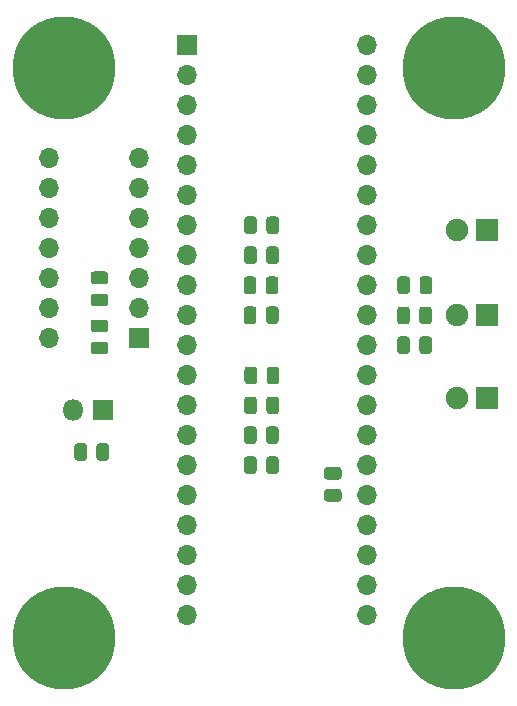
<source format=gbr>
G04 #@! TF.GenerationSoftware,KiCad,Pcbnew,(5.1.6)-1*
G04 #@! TF.CreationDate,2020-06-08T09:52:31+03:00*
G04 #@! TF.ProjectId,Z80,5a38302e-6b69-4636-9164-5f7063625858,rev?*
G04 #@! TF.SameCoordinates,Original*
G04 #@! TF.FileFunction,Soldermask,Bot*
G04 #@! TF.FilePolarity,Negative*
%FSLAX46Y46*%
G04 Gerber Fmt 4.6, Leading zero omitted, Abs format (unit mm)*
G04 Created by KiCad (PCBNEW (5.1.6)-1) date 2020-06-08 09:52:31*
%MOMM*%
%LPD*%
G01*
G04 APERTURE LIST*
%ADD10C,1.900000*%
%ADD11R,1.900000X1.900000*%
%ADD12O,1.700000X1.700000*%
%ADD13R,1.700000X1.700000*%
%ADD14C,1.000000*%
%ADD15C,8.700000*%
%ADD16R,1.800000X1.800000*%
%ADD17O,1.800000X1.800000*%
G04 APERTURE END LIST*
D10*
X77724000Y-56896000D03*
D11*
X80264000Y-56896000D03*
D10*
X77734160Y-64147700D03*
D11*
X80274160Y-64147700D03*
D10*
X77724000Y-71120000D03*
D11*
X80264000Y-71120000D03*
G36*
G01*
X46988810Y-66366340D02*
X47951310Y-66366340D01*
G75*
G02*
X48220060Y-66635090I0J-268750D01*
G01*
X48220060Y-67172590D01*
G75*
G02*
X47951310Y-67441340I-268750J0D01*
G01*
X46988810Y-67441340D01*
G75*
G02*
X46720060Y-67172590I0J268750D01*
G01*
X46720060Y-66635090D01*
G75*
G02*
X46988810Y-66366340I268750J0D01*
G01*
G37*
G36*
G01*
X46988810Y-64491340D02*
X47951310Y-64491340D01*
G75*
G02*
X48220060Y-64760090I0J-268750D01*
G01*
X48220060Y-65297590D01*
G75*
G02*
X47951310Y-65566340I-268750J0D01*
G01*
X46988810Y-65566340D01*
G75*
G02*
X46720060Y-65297590I0J268750D01*
G01*
X46720060Y-64760090D01*
G75*
G02*
X46988810Y-64491340I268750J0D01*
G01*
G37*
D12*
X70104000Y-41275000D03*
X54864000Y-89535000D03*
X70104000Y-43815000D03*
X54864000Y-86995000D03*
X70104000Y-46355000D03*
X54864000Y-84455000D03*
X70104000Y-48895000D03*
X54864000Y-81915000D03*
X70104000Y-51435000D03*
X54864000Y-79375000D03*
X70104000Y-53975000D03*
X54864000Y-76835000D03*
X70104000Y-56515000D03*
X54864000Y-74295000D03*
X70104000Y-59055000D03*
X54864000Y-71755000D03*
X70104000Y-61595000D03*
X54864000Y-69215000D03*
X70104000Y-64135000D03*
X54864000Y-66675000D03*
X70104000Y-66675000D03*
X54864000Y-64135000D03*
X70104000Y-69215000D03*
X54864000Y-61595000D03*
X70104000Y-71755000D03*
X54864000Y-59055000D03*
X70104000Y-74295000D03*
X54864000Y-56515000D03*
X70104000Y-76835000D03*
X54864000Y-53975000D03*
X70104000Y-79375000D03*
X54864000Y-51435000D03*
X70104000Y-81915000D03*
X54864000Y-48895000D03*
X70104000Y-84455000D03*
X54864000Y-46355000D03*
X70104000Y-86995000D03*
X54864000Y-43815000D03*
X70104000Y-89535000D03*
D13*
X54864000Y-41275000D03*
D12*
X43180000Y-66040000D03*
X50800000Y-50800000D03*
X43180000Y-63500000D03*
X50800000Y-53340000D03*
X43180000Y-60960000D03*
X50800000Y-55880000D03*
X43180000Y-58420000D03*
X50800000Y-58420000D03*
X43180000Y-55880000D03*
X50800000Y-60960000D03*
X43180000Y-53340000D03*
X50800000Y-63500000D03*
X43180000Y-50800000D03*
D13*
X50800000Y-66040000D03*
D14*
X79750419Y-89159581D03*
X77470000Y-88215000D03*
X75189581Y-89159581D03*
X74245000Y-91440000D03*
X75189581Y-93720419D03*
X77470000Y-94665000D03*
X79750419Y-93720419D03*
X80695000Y-91440000D03*
D15*
X77470000Y-91440000D03*
D14*
X79750419Y-40899581D03*
X77470000Y-39955000D03*
X75189581Y-40899581D03*
X74245000Y-43180000D03*
X75189581Y-45460419D03*
X77470000Y-46405000D03*
X79750419Y-45460419D03*
X80695000Y-43180000D03*
D15*
X77470000Y-43180000D03*
D14*
X46730419Y-89159581D03*
X44450000Y-88215000D03*
X42169581Y-89159581D03*
X41225000Y-91440000D03*
X42169581Y-93720419D03*
X44450000Y-94665000D03*
X46730419Y-93720419D03*
X47675000Y-91440000D03*
D15*
X44450000Y-91440000D03*
D14*
X46730419Y-40899581D03*
X44450000Y-39955000D03*
X42169581Y-40899581D03*
X41225000Y-43180000D03*
X42169581Y-45460419D03*
X44450000Y-46405000D03*
X46730419Y-45460419D03*
X47675000Y-43180000D03*
D15*
X44450000Y-43180000D03*
G36*
G01*
X45349900Y-76185950D02*
X45349900Y-75223450D01*
G75*
G02*
X45618650Y-74954700I268750J0D01*
G01*
X46156150Y-74954700D01*
G75*
G02*
X46424900Y-75223450I0J-268750D01*
G01*
X46424900Y-76185950D01*
G75*
G02*
X46156150Y-76454700I-268750J0D01*
G01*
X45618650Y-76454700D01*
G75*
G02*
X45349900Y-76185950I0J268750D01*
G01*
G37*
G36*
G01*
X47224900Y-76185950D02*
X47224900Y-75223450D01*
G75*
G02*
X47493650Y-74954700I268750J0D01*
G01*
X48031150Y-74954700D01*
G75*
G02*
X48299900Y-75223450I0J-268750D01*
G01*
X48299900Y-76185950D01*
G75*
G02*
X48031150Y-76454700I-268750J0D01*
G01*
X47493650Y-76454700D01*
G75*
G02*
X47224900Y-76185950I0J268750D01*
G01*
G37*
D16*
X47752000Y-72136000D03*
D17*
X45212000Y-72136000D03*
G36*
G01*
X46993890Y-60422260D02*
X47956390Y-60422260D01*
G75*
G02*
X48225140Y-60691010I0J-268750D01*
G01*
X48225140Y-61228510D01*
G75*
G02*
X47956390Y-61497260I-268750J0D01*
G01*
X46993890Y-61497260D01*
G75*
G02*
X46725140Y-61228510I0J268750D01*
G01*
X46725140Y-60691010D01*
G75*
G02*
X46993890Y-60422260I268750J0D01*
G01*
G37*
G36*
G01*
X46993890Y-62297260D02*
X47956390Y-62297260D01*
G75*
G02*
X48225140Y-62566010I0J-268750D01*
G01*
X48225140Y-63103510D01*
G75*
G02*
X47956390Y-63372260I-268750J0D01*
G01*
X46993890Y-63372260D01*
G75*
G02*
X46725140Y-63103510I0J268750D01*
G01*
X46725140Y-62566010D01*
G75*
G02*
X46993890Y-62297260I268750J0D01*
G01*
G37*
G36*
G01*
X67722670Y-79922900D02*
X66760170Y-79922900D01*
G75*
G02*
X66491420Y-79654150I0J268750D01*
G01*
X66491420Y-79116650D01*
G75*
G02*
X66760170Y-78847900I268750J0D01*
G01*
X67722670Y-78847900D01*
G75*
G02*
X67991420Y-79116650I0J-268750D01*
G01*
X67991420Y-79654150D01*
G75*
G02*
X67722670Y-79922900I-268750J0D01*
G01*
G37*
G36*
G01*
X67722670Y-78047900D02*
X66760170Y-78047900D01*
G75*
G02*
X66491420Y-77779150I0J268750D01*
G01*
X66491420Y-77241650D01*
G75*
G02*
X66760170Y-76972900I268750J0D01*
G01*
X67722670Y-76972900D01*
G75*
G02*
X67991420Y-77241650I0J-268750D01*
G01*
X67991420Y-77779150D01*
G75*
G02*
X67722670Y-78047900I-268750J0D01*
G01*
G37*
G36*
G01*
X74560380Y-67156250D02*
X74560380Y-66193750D01*
G75*
G02*
X74829130Y-65925000I268750J0D01*
G01*
X75366630Y-65925000D01*
G75*
G02*
X75635380Y-66193750I0J-268750D01*
G01*
X75635380Y-67156250D01*
G75*
G02*
X75366630Y-67425000I-268750J0D01*
G01*
X74829130Y-67425000D01*
G75*
G02*
X74560380Y-67156250I0J268750D01*
G01*
G37*
G36*
G01*
X72685380Y-67156250D02*
X72685380Y-66193750D01*
G75*
G02*
X72954130Y-65925000I268750J0D01*
G01*
X73491630Y-65925000D01*
G75*
G02*
X73760380Y-66193750I0J-268750D01*
G01*
X73760380Y-67156250D01*
G75*
G02*
X73491630Y-67425000I-268750J0D01*
G01*
X72954130Y-67425000D01*
G75*
G02*
X72685380Y-67156250I0J268750D01*
G01*
G37*
G36*
G01*
X72682840Y-64628950D02*
X72682840Y-63666450D01*
G75*
G02*
X72951590Y-63397700I268750J0D01*
G01*
X73489090Y-63397700D01*
G75*
G02*
X73757840Y-63666450I0J-268750D01*
G01*
X73757840Y-64628950D01*
G75*
G02*
X73489090Y-64897700I-268750J0D01*
G01*
X72951590Y-64897700D01*
G75*
G02*
X72682840Y-64628950I0J268750D01*
G01*
G37*
G36*
G01*
X74557840Y-64628950D02*
X74557840Y-63666450D01*
G75*
G02*
X74826590Y-63397700I268750J0D01*
G01*
X75364090Y-63397700D01*
G75*
G02*
X75632840Y-63666450I0J-268750D01*
G01*
X75632840Y-64628950D01*
G75*
G02*
X75364090Y-64897700I-268750J0D01*
G01*
X74826590Y-64897700D01*
G75*
G02*
X74557840Y-64628950I0J268750D01*
G01*
G37*
G36*
G01*
X74575620Y-62073710D02*
X74575620Y-61111210D01*
G75*
G02*
X74844370Y-60842460I268750J0D01*
G01*
X75381870Y-60842460D01*
G75*
G02*
X75650620Y-61111210I0J-268750D01*
G01*
X75650620Y-62073710D01*
G75*
G02*
X75381870Y-62342460I-268750J0D01*
G01*
X74844370Y-62342460D01*
G75*
G02*
X74575620Y-62073710I0J268750D01*
G01*
G37*
G36*
G01*
X72700620Y-62073710D02*
X72700620Y-61111210D01*
G75*
G02*
X72969370Y-60842460I268750J0D01*
G01*
X73506870Y-60842460D01*
G75*
G02*
X73775620Y-61111210I0J-268750D01*
G01*
X73775620Y-62073710D01*
G75*
G02*
X73506870Y-62342460I-268750J0D01*
G01*
X72969370Y-62342460D01*
G75*
G02*
X72700620Y-62073710I0J268750D01*
G01*
G37*
G36*
G01*
X61580980Y-74771170D02*
X61580980Y-73808670D01*
G75*
G02*
X61849730Y-73539920I268750J0D01*
G01*
X62387230Y-73539920D01*
G75*
G02*
X62655980Y-73808670I0J-268750D01*
G01*
X62655980Y-74771170D01*
G75*
G02*
X62387230Y-75039920I-268750J0D01*
G01*
X61849730Y-75039920D01*
G75*
G02*
X61580980Y-74771170I0J268750D01*
G01*
G37*
G36*
G01*
X59705980Y-74771170D02*
X59705980Y-73808670D01*
G75*
G02*
X59974730Y-73539920I268750J0D01*
G01*
X60512230Y-73539920D01*
G75*
G02*
X60780980Y-73808670I0J-268750D01*
G01*
X60780980Y-74771170D01*
G75*
G02*
X60512230Y-75039920I-268750J0D01*
G01*
X59974730Y-75039920D01*
G75*
G02*
X59705980Y-74771170I0J268750D01*
G01*
G37*
G36*
G01*
X59716140Y-77301010D02*
X59716140Y-76338510D01*
G75*
G02*
X59984890Y-76069760I268750J0D01*
G01*
X60522390Y-76069760D01*
G75*
G02*
X60791140Y-76338510I0J-268750D01*
G01*
X60791140Y-77301010D01*
G75*
G02*
X60522390Y-77569760I-268750J0D01*
G01*
X59984890Y-77569760D01*
G75*
G02*
X59716140Y-77301010I0J268750D01*
G01*
G37*
G36*
G01*
X61591140Y-77301010D02*
X61591140Y-76338510D01*
G75*
G02*
X61859890Y-76069760I268750J0D01*
G01*
X62397390Y-76069760D01*
G75*
G02*
X62666140Y-76338510I0J-268750D01*
G01*
X62666140Y-77301010D01*
G75*
G02*
X62397390Y-77569760I-268750J0D01*
G01*
X61859890Y-77569760D01*
G75*
G02*
X61591140Y-77301010I0J268750D01*
G01*
G37*
G36*
G01*
X61629240Y-69706410D02*
X61629240Y-68743910D01*
G75*
G02*
X61897990Y-68475160I268750J0D01*
G01*
X62435490Y-68475160D01*
G75*
G02*
X62704240Y-68743910I0J-268750D01*
G01*
X62704240Y-69706410D01*
G75*
G02*
X62435490Y-69975160I-268750J0D01*
G01*
X61897990Y-69975160D01*
G75*
G02*
X61629240Y-69706410I0J268750D01*
G01*
G37*
G36*
G01*
X59754240Y-69706410D02*
X59754240Y-68743910D01*
G75*
G02*
X60022990Y-68475160I268750J0D01*
G01*
X60560490Y-68475160D01*
G75*
G02*
X60829240Y-68743910I0J-268750D01*
G01*
X60829240Y-69706410D01*
G75*
G02*
X60560490Y-69975160I-268750J0D01*
G01*
X60022990Y-69975160D01*
G75*
G02*
X59754240Y-69706410I0J268750D01*
G01*
G37*
G36*
G01*
X59723760Y-59533710D02*
X59723760Y-58571210D01*
G75*
G02*
X59992510Y-58302460I268750J0D01*
G01*
X60530010Y-58302460D01*
G75*
G02*
X60798760Y-58571210I0J-268750D01*
G01*
X60798760Y-59533710D01*
G75*
G02*
X60530010Y-59802460I-268750J0D01*
G01*
X59992510Y-59802460D01*
G75*
G02*
X59723760Y-59533710I0J268750D01*
G01*
G37*
G36*
G01*
X61598760Y-59533710D02*
X61598760Y-58571210D01*
G75*
G02*
X61867510Y-58302460I268750J0D01*
G01*
X62405010Y-58302460D01*
G75*
G02*
X62673760Y-58571210I0J-268750D01*
G01*
X62673760Y-59533710D01*
G75*
G02*
X62405010Y-59802460I-268750J0D01*
G01*
X61867510Y-59802460D01*
G75*
G02*
X61598760Y-59533710I0J268750D01*
G01*
G37*
G36*
G01*
X59736460Y-56998790D02*
X59736460Y-56036290D01*
G75*
G02*
X60005210Y-55767540I268750J0D01*
G01*
X60542710Y-55767540D01*
G75*
G02*
X60811460Y-56036290I0J-268750D01*
G01*
X60811460Y-56998790D01*
G75*
G02*
X60542710Y-57267540I-268750J0D01*
G01*
X60005210Y-57267540D01*
G75*
G02*
X59736460Y-56998790I0J268750D01*
G01*
G37*
G36*
G01*
X61611460Y-56998790D02*
X61611460Y-56036290D01*
G75*
G02*
X61880210Y-55767540I268750J0D01*
G01*
X62417710Y-55767540D01*
G75*
G02*
X62686460Y-56036290I0J-268750D01*
G01*
X62686460Y-56998790D01*
G75*
G02*
X62417710Y-57267540I-268750J0D01*
G01*
X61880210Y-57267540D01*
G75*
G02*
X61611460Y-56998790I0J268750D01*
G01*
G37*
G36*
G01*
X61558120Y-62078790D02*
X61558120Y-61116290D01*
G75*
G02*
X61826870Y-60847540I268750J0D01*
G01*
X62364370Y-60847540D01*
G75*
G02*
X62633120Y-61116290I0J-268750D01*
G01*
X62633120Y-62078790D01*
G75*
G02*
X62364370Y-62347540I-268750J0D01*
G01*
X61826870Y-62347540D01*
G75*
G02*
X61558120Y-62078790I0J268750D01*
G01*
G37*
G36*
G01*
X59683120Y-62078790D02*
X59683120Y-61116290D01*
G75*
G02*
X59951870Y-60847540I268750J0D01*
G01*
X60489370Y-60847540D01*
G75*
G02*
X60758120Y-61116290I0J-268750D01*
G01*
X60758120Y-62078790D01*
G75*
G02*
X60489370Y-62347540I-268750J0D01*
G01*
X59951870Y-62347540D01*
G75*
G02*
X59683120Y-62078790I0J268750D01*
G01*
G37*
G36*
G01*
X59695820Y-64616250D02*
X59695820Y-63653750D01*
G75*
G02*
X59964570Y-63385000I268750J0D01*
G01*
X60502070Y-63385000D01*
G75*
G02*
X60770820Y-63653750I0J-268750D01*
G01*
X60770820Y-64616250D01*
G75*
G02*
X60502070Y-64885000I-268750J0D01*
G01*
X59964570Y-64885000D01*
G75*
G02*
X59695820Y-64616250I0J268750D01*
G01*
G37*
G36*
G01*
X61570820Y-64616250D02*
X61570820Y-63653750D01*
G75*
G02*
X61839570Y-63385000I268750J0D01*
G01*
X62377070Y-63385000D01*
G75*
G02*
X62645820Y-63653750I0J-268750D01*
G01*
X62645820Y-64616250D01*
G75*
G02*
X62377070Y-64885000I-268750J0D01*
G01*
X61839570Y-64885000D01*
G75*
G02*
X61570820Y-64616250I0J268750D01*
G01*
G37*
G36*
G01*
X61611460Y-72243870D02*
X61611460Y-71281370D01*
G75*
G02*
X61880210Y-71012620I268750J0D01*
G01*
X62417710Y-71012620D01*
G75*
G02*
X62686460Y-71281370I0J-268750D01*
G01*
X62686460Y-72243870D01*
G75*
G02*
X62417710Y-72512620I-268750J0D01*
G01*
X61880210Y-72512620D01*
G75*
G02*
X61611460Y-72243870I0J268750D01*
G01*
G37*
G36*
G01*
X59736460Y-72243870D02*
X59736460Y-71281370D01*
G75*
G02*
X60005210Y-71012620I268750J0D01*
G01*
X60542710Y-71012620D01*
G75*
G02*
X60811460Y-71281370I0J-268750D01*
G01*
X60811460Y-72243870D01*
G75*
G02*
X60542710Y-72512620I-268750J0D01*
G01*
X60005210Y-72512620D01*
G75*
G02*
X59736460Y-72243870I0J268750D01*
G01*
G37*
M02*

</source>
